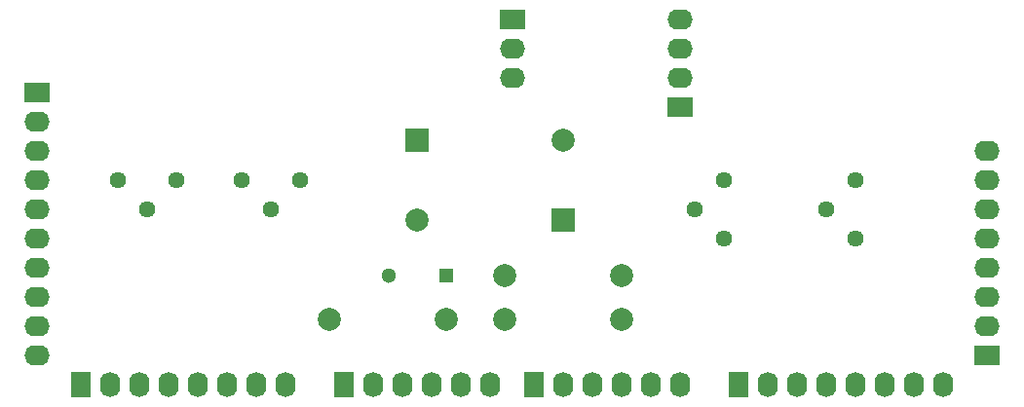
<source format=gbr>
G04 #@! TF.GenerationSoftware,KiCad,Pcbnew,(5.1.9-0-10_14)*
G04 #@! TF.CreationDate,2020-12-29T17:03:32+01:00*
G04 #@! TF.ProjectId,Attentuator Board V2,41747465-6e74-4756-9174-6f7220426f61,2.1*
G04 #@! TF.SameCoordinates,Original*
G04 #@! TF.FileFunction,Soldermask,Bot*
G04 #@! TF.FilePolarity,Negative*
%FSLAX46Y46*%
G04 Gerber Fmt 4.6, Leading zero omitted, Abs format (unit mm)*
G04 Created by KiCad (PCBNEW (5.1.9-0-10_14)) date 2020-12-29 17:03:32*
%MOMM*%
%LPD*%
G01*
G04 APERTURE LIST*
%ADD10O,1.740000X2.200000*%
%ADD11R,1.740000X2.200000*%
%ADD12O,2.200000X1.740000*%
%ADD13R,2.200000X1.740000*%
%ADD14C,1.440000*%
%ADD15C,2.000000*%
%ADD16R,2.000000X2.000000*%
%ADD17R,1.300000X1.300000*%
%ADD18C,1.300000*%
%ADD19C,1.998980*%
G04 APERTURE END LIST*
D10*
X139700000Y-107315000D03*
X137160000Y-107315000D03*
X134620000Y-107315000D03*
X132080000Y-107315000D03*
X129540000Y-107315000D03*
D11*
X127000000Y-107315000D03*
D10*
X156210000Y-107315000D03*
X153670000Y-107315000D03*
X151130000Y-107315000D03*
X148590000Y-107315000D03*
X146050000Y-107315000D03*
D11*
X143510000Y-107315000D03*
D10*
X119380000Y-107315000D03*
X121920000Y-107315000D03*
X116840000Y-107315000D03*
X114300000Y-107315000D03*
X111760000Y-107315000D03*
X109220000Y-107315000D03*
X106680000Y-107315000D03*
D11*
X104140000Y-107315000D03*
D10*
X176530000Y-107315000D03*
X179070000Y-107315000D03*
X173990000Y-107315000D03*
X171450000Y-107315000D03*
X168910000Y-107315000D03*
X166370000Y-107315000D03*
X163830000Y-107315000D03*
D11*
X161290000Y-107315000D03*
D12*
X182880000Y-89535000D03*
X182880000Y-86995000D03*
X182880000Y-92075000D03*
X182880000Y-94615000D03*
X182880000Y-97155000D03*
X182880000Y-99695000D03*
X182880000Y-102235000D03*
D13*
X182880000Y-104775000D03*
D12*
X156210000Y-75565000D03*
X156210000Y-78105000D03*
X156210000Y-80645000D03*
D13*
X156210000Y-83185000D03*
D12*
X141605000Y-80645000D03*
X141605000Y-78105000D03*
D13*
X141605000Y-75565000D03*
D12*
X100330000Y-104775000D03*
X100330000Y-102235000D03*
X100330000Y-97155000D03*
X100330000Y-99695000D03*
X100330000Y-94615000D03*
X100330000Y-92075000D03*
X100330000Y-89535000D03*
X100330000Y-86995000D03*
X100330000Y-84455000D03*
D13*
X100330000Y-81915000D03*
D14*
X118110000Y-89535000D03*
X120650000Y-92075000D03*
X123190000Y-89535000D03*
X107315000Y-89535000D03*
X109855000Y-92075000D03*
X112395000Y-89535000D03*
X171450000Y-89535000D03*
X168910000Y-92075000D03*
X171450000Y-94615000D03*
X160020000Y-89535000D03*
X157480000Y-92075000D03*
X160020000Y-94615000D03*
D15*
X133350000Y-93035000D03*
D16*
X133350000Y-86035000D03*
D15*
X146050000Y-86035000D03*
D16*
X146050000Y-93035000D03*
D17*
X135890000Y-97790000D03*
D18*
X130890000Y-97790000D03*
D19*
X135890000Y-101600000D03*
X125730000Y-101600000D03*
X140970000Y-101600000D03*
X151130000Y-101600000D03*
X140970000Y-97790000D03*
X151130000Y-97790000D03*
M02*

</source>
